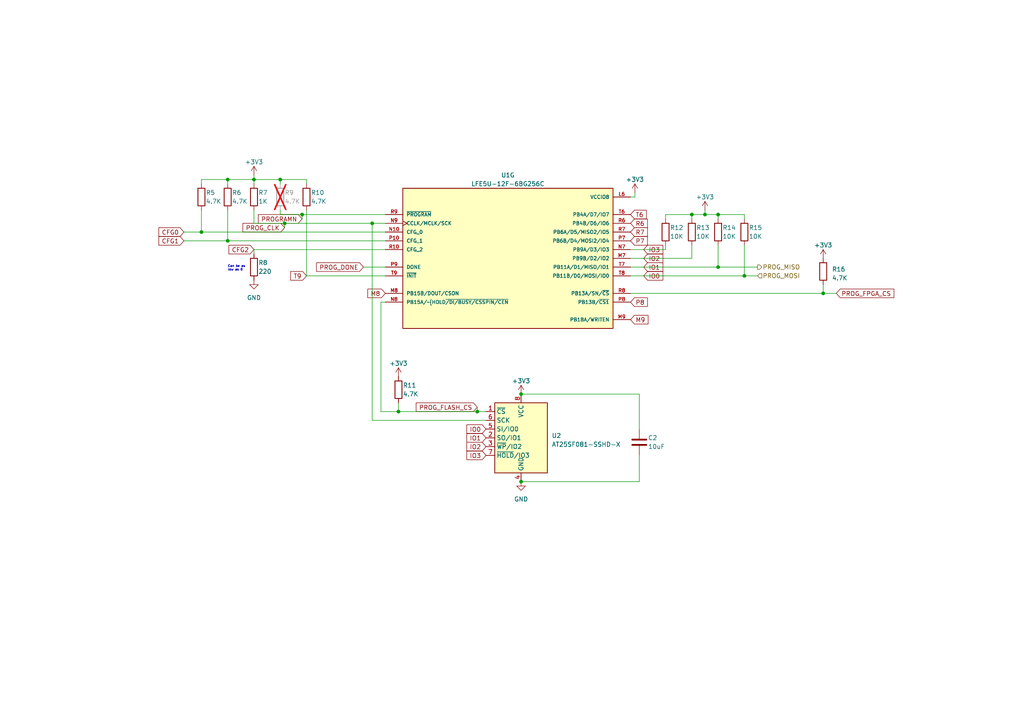
<source format=kicad_sch>
(kicad_sch (version 20230121) (generator eeschema)
  (paper "A4")
  (lib_symbols
    (symbol "Device:C" (pin_numbers hide) (pin_names (offset 0.254))
      (property "Reference" "C" (at 0.635 2.54 0))
      (property "Value" "C" (at 0.635 -2.54 0))
      (symbol "C_0_1"
        (polyline (pts (xy -2.032 -0.762) (xy 2.032 -0.762)) (stroke (width 0.508)))
        (polyline (pts (xy -2.032 0.762) (xy 2.032 0.762)) (stroke (width 0.508)))
      )
      (symbol "C_1_1"
        (pin passive line (at 0 3.81 270) (length 2.794) (name "~") (number "1"))
        (pin passive line (at 0 -3.81 90) (length 2.794) (name "~") (number "2"))
      )
    )
    (symbol "Device:R" (pin_numbers hide) (pin_names (offset 0))
      (property "Reference" "R" (at 2.032 0 90))
      (property "Value" "R" (at 0 0 90))
      (symbol "R_0_1"
        (rectangle (start -1.016 -2.54) (end 1.016 2.54) (stroke (width 0.254)))
      )
      (symbol "R_1_1"
        (pin passive line (at 0 3.81 270) (length 1.27) (name "~") (number "1"))
        (pin passive line (at 0 -3.81 90) (length 1.27) (name "~") (number "2"))
      )
    )
    (symbol "LFE5U-12F-6BG256C:LFE5U-12F-6BG256C" (pin_names (offset 1.016))
      (property "Reference" "U" (at -22.86 26.67 0))
      (property "Value" "LFE5U-12F-6BG256C" (at -22.86 -26.67 0))
      (symbol "LFE5U-12F-6BG256C_1_0"
        (rectangle (start -22.86 -25.4) (end 22.86 25.4) (stroke (width 0.254)) (fill (type background)))
        (pin bidirectional line (at -27.94 17.78 0) (length 5.08) (name "PT4A") (number "A2"))
        (pin bidirectional line (at -27.94 10.16 0) (length 5.08) (name "PT6A") (number "A3"))
        (pin bidirectional line (at -27.94 7.62 0) (length 5.08) (name "PT6B") (number "A4"))
        (pin bidirectional line (at 27.94 17.78 180) (length 5.08) (name "PT18A") (number "A5"))
        (pin bidirectional line (at 27.94 15.24 180) (length 5.08) (name "PT18B") (number "A6"))
        (pin bidirectional line (at 27.94 -20.32 180) (length 5.08) (name "PT29APCLKT0_0") (number "A7"))
        (pin bidirectional line (at 27.94 -22.86 180) (length 5.08) (name "PT29B/PCLKC0_0") (number "A8"))
        (pin bidirectional line (at -27.94 15.24 0) (length 5.08) (name "PT4B") (number "B3"))
        (pin bidirectional line (at -27.94 -7.62 0) (length 5.08) (name "PT11B") (number "B4"))
        (pin bidirectional line (at -27.94 -22.86 0) (length 5.08) (name "PT15B") (number "B5"))
        (pin bidirectional line (at 27.94 0 180) (length 5.08) (name "PT22B") (number "B6"))
        (pin bidirectional line (at 27.94 -15.24 180) (length 5.08) (name "PT27B/PCLKC0_1") (number "B7"))
        (pin bidirectional line (at -27.94 -5.08 0) (length 5.08) (name "PT11A") (number "C4"))
        (pin bidirectional line (at -27.94 -20.32 0) (length 5.08) (name "PT15A") (number "C5"))
        (pin bidirectional line (at 27.94 2.54 180) (length 5.08) (name "PT22A") (number "C6"))
        (pin bidirectional line (at 27.94 -12.7 180) (length 5.08) (name "PT27A/PCLKT0_1") (number "C7"))
        (pin bidirectional line (at -27.94 0 0) (length 5.08) (name "PT9B") (number "D4"))
        (pin bidirectional line (at -27.94 -15.24 0) (length 5.08) (name "PT13B") (number "D5"))
        (pin bidirectional line (at 27.94 7.62 180) (length 5.08) (name "PT20B") (number "D6"))
        (pin bidirectional line (at 27.94 -7.62 180) (length 5.08) (name "PT24B/GR_PCLK0_0") (number "D7"))
        (pin bidirectional line (at -27.94 2.54 0) (length 5.08) (name "PT9A") (number "E4"))
        (pin bidirectional line (at -27.94 -12.7 0) (length 5.08) (name "PT13A") (number "E5"))
        (pin bidirectional line (at 27.94 10.16 180) (length 5.08) (name "PT20A") (number "E6"))
        (pin bidirectional line (at 27.94 -5.08 180) (length 5.08) (name "PT24A/GR_PCLK0_1") (number "E7"))
        (pin power_in line (at 27.94 22.86 180) (length 5.08) (name "VCCIO0") (number "F6"))
        (pin power_in line (at 27.94 22.86 180) (length 5.08) (name "VCCIO0") (number "F7"))
      )
      (symbol "LFE5U-12F-6BG256C_2_0"
        (rectangle (start -22.86 -33.02) (end 22.86 33.02) (stroke (width 0.254)) (fill (type background)))
        (pin bidirectional line (at -27.94 15.24 0) (length 5.08) (name "PT42B") (number "A10"))
        (pin bidirectional line (at -27.94 -20.32 0) (length 5.08) (name "PT53A") (number "A11"))
        (pin bidirectional line (at -27.94 -22.86 0) (length 5.08) (name "PT53B") (number "A12"))
        (pin bidirectional line (at 27.94 2.54 180) (length 5.08) (name "PT65A") (number "A13"))
        (pin bidirectional line (at 27.94 0 180) (length 5.08) (name "PT65B") (number "A14"))
        (pin bidirectional line (at 27.94 -7.62 180) (length 5.08) (name "PT67B") (number "A15"))
        (pin bidirectional line (at -27.94 17.78 0) (length 5.08) (name "PT42A") (number "A9"))
        (pin bidirectional line (at -27.94 10.16 0) (length 5.08) (name "PT44A") (number "B10"))
        (pin bidirectional line (at -27.94 -5.08 0) (length 5.08) (name "PT49A") (number "B11"))
        (pin bidirectional line (at -27.94 -27.94 0) (length 5.08) (name "PT56A") (number "B12"))
        (pin bidirectional line (at 27.94 17.78 180) (length 5.08) (name "PT60A") (number "B13"))
        (pin bidirectional line (at 27.94 -5.08 180) (length 5.08) (name "PT67A") (number "B14"))
        (pin bidirectional line (at 27.94 -22.86 180) (length 5.08) (name "PT35B/PCLKC1_0") (number "B8"))
        (pin bidirectional line (at 27.94 -27.94 180) (length 5.08) (name "PT38A/GR_PCLK1_0") (number "B9"))
        (pin bidirectional line (at -27.94 7.62 0) (length 5.08) (name "PT44B") (number "C10"))
        (pin bidirectional line (at -27.94 -7.62 0) (length 5.08) (name "PT49B") (number "C11"))
        (pin bidirectional line (at -27.94 -30.48 0) (length 5.08) (name "PT56B") (number "C12"))
        (pin bidirectional line (at 27.94 15.24 180) (length 5.08) (name "PT60B") (number "C13"))
        (pin bidirectional line (at 27.94 -20.32 180) (length 5.08) (name "PT35A/PCLKT1_0") (number "C8"))
        (pin bidirectional line (at 27.94 -30.48 180) (length 5.08) (name "PT38B/GR_PCLK1_1") (number "C9"))
        (pin bidirectional line (at -27.94 2.54 0) (length 5.08) (name "PT47A") (number "D10"))
        (pin bidirectional line (at -27.94 -12.7 0) (length 5.08) (name "PT51A") (number "D11"))
        (pin bidirectional line (at 27.94 25.4 180) (length 5.08) (name "PT58A") (number "D12"))
        (pin bidirectional line (at 27.94 10.16 180) (length 5.08) (name "PT62A") (number "D13"))
        (pin bidirectional line (at 27.94 -15.24 180) (length 5.08) (name "PT33B/PCLKC1_1") (number "D8"))
        (pin bidirectional line (at -27.94 25.4 0) (length 5.08) (name "PT40A") (number "D9"))
        (pin bidirectional line (at -27.94 0 0) (length 5.08) (name "PT47B") (number "E10"))
        (pin bidirectional line (at -27.94 -15.24 0) (length 5.08) (name "PT51B") (number "E11"))
        (pin bidirectional line (at 27.94 22.86 180) (length 5.08) (name "PT58B") (number "E12"))
        (pin bidirectional line (at 27.94 7.62 180) (length 5.08) (name "PT62B") (number "E13"))
        (pin bidirectional line (at 27.94 -12.7 180) (length 5.08) (name "PT33A/PCLKT1_1") (number "E8"))
        (pin bidirectional line (at -27.94 22.86 0) (length 5.08) (name "PT40B") (number "E9"))
        (pin power_in line (at 27.94 30.48 180) (length 5.08) (name "VCCIO1") (number "F10"))
        (pin power_in line (at 27.94 30.48 180) (length 5.08) (name "VCCIO1") (number "F11"))
      )
      (symbol "LFE5U-12F-6BG256C_3_0"
        (rectangle (start -25.4 -27.94) (end 25.4 27.94) (stroke (width 0.254)) (fill (type background)))
        (pin bidirectional line (at -30.48 17.78 0) (length 5.08) (name "PR2B/S0_IN") (number "B15"))
        (pin bidirectional line (at -30.48 20.32 0) (length 5.08) (name "PR2A") (number "B16"))
        (pin bidirectional line (at -30.48 15.24 0) (length 5.08) (name "PR2C") (number "C14"))
        (pin bidirectional line (at -30.48 5.08 0) (length 5.08) (name "PR5B") (number "C15"))
        (pin bidirectional line (at -30.48 7.62 0) (length 5.08) (name "PR5A") (number "C16"))
        (pin bidirectional line (at -30.48 12.7 0) (length 5.08) (name "PR2D") (number "D14"))
        (pin bidirectional line (at -30.48 -5.08 0) (length 5.08) (name "PR8A") (number "D16"))
        (pin bidirectional line (at -30.48 2.54 0) (length 5.08) (name "PR5C") (number "E14"))
        (pin bidirectional line (at -30.48 -7.62 0) (length 5.08) (name "PR8B") (number "E15"))
        (pin bidirectional line (at -30.48 -25.4 0) (length 5.08) (name "PR11D") (number "E16"))
        (pin bidirectional line (at -30.48 -12.7 0) (length 5.08) (name "PR8D") (number "F12"))
        (pin bidirectional line (at -30.48 -10.16 0) (length 5.08) (name "PR8C") (number "F13"))
        (pin bidirectional line (at -30.48 0 0) (length 5.08) (name "PR5D") (number "F14"))
        (pin bidirectional line (at -30.48 -22.86 0) (length 5.08) (name "PR11C") (number "F15"))
        (pin bidirectional line (at 30.48 20.32 180) (length 5.08) (name "PR14A") (number "F16"))
        (pin bidirectional line (at -30.48 -17.78 0) (length 5.08) (name "PR11A") (number "G12"))
        (pin bidirectional line (at -30.48 -20.32 0) (length 5.08) (name "PR11B") (number "G13"))
        (pin bidirectional line (at 30.48 15.24 180) (length 5.08) (name "PR14C/VREF1_2") (number "G14"))
        (pin bidirectional line (at 30.48 17.78 180) (length 5.08) (name "PR14B") (number "G15"))
        (pin bidirectional line (at 30.48 -5.08 180) (length 5.08) (name "PR20A/GR_PCLK2_1") (number "G16"))
        (pin power_in line (at 30.48 25.4 180) (length 5.08) (name "VCCIO2") (number "H11"))
        (pin bidirectional line (at 30.48 7.62 180) (length 5.08) (name "PR17A") (number "H12"))
        (pin bidirectional line (at 30.48 5.08 180) (length 5.08) (name "PR17B") (number "H13"))
        (pin bidirectional line (at 30.48 12.7 180) (length 5.08) (name "PR14D") (number "H14"))
        (pin bidirectional line (at 30.48 -7.62 180) (length 5.08) (name "PR20B") (number "H15"))
        (pin power_in line (at 30.48 25.4 180) (length 5.08) (name "VCCIO2") (number "J11"))
        (pin bidirectional line (at 30.48 0 180) (length 5.08) (name "PR17D") (number "J12"))
        (pin bidirectional line (at 30.48 2.54 180) (length 5.08) (name "PR17C") (number "J13"))
        (pin bidirectional line (at 30.48 -10.16 180) (length 5.08) (name "PR20C/GR_PCLK2_0") (number "J14"))
        (pin bidirectional line (at 30.48 -20.32 180) (length 5.08) (name "PR23B/PCLKC2_1") (number "J15"))
        (pin bidirectional line (at 30.48 -17.78 180) (length 5.08) (name "PR23A/PCLKT2_1") (number "J16"))
        (pin bidirectional line (at 30.48 -12.7 180) (length 5.08) (name "PR20D") (number "K14"))
        (pin bidirectional line (at 30.48 -25.4 180) (length 5.08) (name "PR23D/PCLKC2_0") (number "K15"))
        (pin bidirectional line (at 30.48 -22.86 180) (length 5.08) (name "PR23C/PCLKT2_0") (number "K16"))
      )
      (symbol "LFE5U-12F-6BG256C_4_0"
        (rectangle (start -25.4 -27.94) (end 25.4 27.94) (stroke (width 0.254)) (fill (type background)))
        (pin power_in line (at 30.48 25.4 180) (length 5.08) (name "VCCIO3") (number "K11"))
        (pin bidirectional line (at -30.48 5.08 0) (length 5.08) (name "PR29B") (number "K12"))
        (pin bidirectional line (at -30.48 7.62 0) (length 5.08) (name "PR29A/GR_PCLK3_0") (number "K13"))
        (pin power_in line (at 30.48 25.4 180) (length 5.08) (name "VCCIO3") (number "L11"))
        (pin bidirectional line (at -30.48 0 0) (length 5.08) (name "PR29D") (number "L12"))
        (pin bidirectional line (at -30.48 2.54 0) (length 5.08) (name "PR29C/GR_PCLK3_1") (number "L13"))
        (pin bidirectional line (at -30.48 -10.16 0) (length 5.08) (name "PR32C") (number "L14"))
        (pin bidirectional line (at -30.48 17.78 0) (length 5.08) (name "PR26B/PCLKC3_1") (number "L15"))
        (pin bidirectional line (at -30.48 20.32 0) (length 5.08) (name "PR26A/PCLKT3_1") (number "L16"))
        (pin bidirectional line (at 30.48 -17.78 180) (length 5.08) (name "PR47A") (number "M11"))
        (pin bidirectional line (at 30.48 -10.16 180) (length 5.08) (name "PR44C") (number "M12"))
        (pin bidirectional line (at -30.48 -22.86 0) (length 5.08) (name "PR35C") (number "M13"))
        (pin bidirectional line (at -30.48 -12.7 0) (length 5.08) (name "PR32D") (number "M14"))
        (pin bidirectional line (at -30.48 12.7 0) (length 5.08) (name "PR26D/PCLKC3_0") (number "M15"))
        (pin bidirectional line (at -30.48 15.24 0) (length 5.08) (name "PR26C/PCLKT3_0") (number "M16"))
        (pin bidirectional line (at 30.48 -20.32 180) (length 5.08) (name "PR47B") (number "N11"))
        (pin bidirectional line (at 30.48 -12.7 180) (length 5.08) (name "PR44D") (number "N12"))
        (pin bidirectional line (at 30.48 20.32 180) (length 5.08) (name "PR38A") (number "N13"))
        (pin bidirectional line (at -30.48 -25.4 0) (length 5.08) (name "PR35D") (number "N14"))
        (pin bidirectional line (at -30.48 -5.08 0) (length 5.08) (name "PR32A") (number "N16"))
        (pin bidirectional line (at 30.48 -22.86 180) (length 5.08) (name "PR47C/LRC_GPLL0T_IN") (number "P11"))
        (pin bidirectional line (at 30.48 -25.4 180) (length 5.08) (name "PR47D/LRC_GPLL0C_IN") (number "P12"))
        (pin bidirectional line (at 30.48 7.62 180) (length 5.08) (name "PR41A") (number "P13"))
        (pin bidirectional line (at 30.48 17.78 180) (length 5.08) (name "PR38B") (number "P14"))
        (pin bidirectional line (at -30.48 -7.62 0) (length 5.08) (name "PR32B") (number "P15"))
        (pin bidirectional line (at -30.48 -17.78 0) (length 5.08) (name "PR35A") (number "P16"))
        (pin bidirectional line (at 30.48 -5.08 180) (length 5.08) (name "PR44A") (number "R12"))
        (pin bidirectional line (at 30.48 2.54 180) (length 5.08) (name "PR41C") (number "R13"))
        (pin bidirectional line (at 30.48 5.08 180) (length 5.08) (name "PR41B") (number "R14"))
        (pin bidirectional line (at 30.48 15.24 180) (length 5.08) (name "PR38C") (number "R15"))
        (pin bidirectional line (at -30.48 -20.32 0) (length 5.08) (name "PR35B/VREF1_3") (number "R16"))
        (pin bidirectional line (at 30.48 -7.62 180) (length 5.08) (name "PR44B") (number "T13"))
        (pin bidirectional line (at 30.48 0 180) (length 5.08) (name "PR41D") (number "T14"))
        (pin bidirectional line (at 30.48 12.7 180) (length 5.08) (name "PR38D") (number "T15"))
      )
      (symbol "LFE5U-12F-6BG256C_5_0"
        (rectangle (start -25.4 -27.94) (end 25.4 27.94) (stroke (width 0.254)) (fill (type background)))
        (pin power_in line (at 30.48 25.4 180) (length 5.08) (name "VCCIO6") (number "J6"))
        (pin power_in line (at 30.48 25.4 180) (length 5.08) (name "VCCIO6") (number "J7"))
        (pin bidirectional line (at -30.48 7.62 0) (length 5.08) (name "PL29A/GR_PCLK6_0") (number "K4"))
        (pin bidirectional line (at -30.48 5.08 0) (length 5.08) (name "PL29B") (number "K5"))
        (pin bidirectional line (at -30.48 20.32 0) (length 5.08) (name "PL26A/PCLKT6_1") (number "L1"))
        (pin bidirectional line (at -30.48 17.78 0) (length 5.08) (name "PL26B/PCLKC6_1") (number "L2"))
        (pin bidirectional line (at -30.48 -10.16 0) (length 5.08) (name "PL32C") (number "L3"))
        (pin bidirectional line (at -30.48 2.54 0) (length 5.08) (name "PL29C/PCLKT6_0") (number "L4"))
        (pin bidirectional line (at -30.48 0 0) (length 5.08) (name "PL29D") (number "L5"))
        (pin bidirectional line (at -30.48 15.24 0) (length 5.08) (name "PL26C/PCLKT6_0") (number "M1"))
        (pin bidirectional line (at -30.48 12.7 0) (length 5.08) (name "PL26D/PCLKC6_0") (number "M2"))
        (pin bidirectional line (at -30.48 -12.7 0) (length 5.08) (name "PL32D") (number "M3"))
        (pin bidirectional line (at -30.48 -22.86 0) (length 5.08) (name "PL35C") (number "M4"))
        (pin bidirectional line (at 30.48 -10.16 180) (length 5.08) (name "PL44C") (number "M5"))
        (pin bidirectional line (at 30.48 -17.78 180) (length 5.08) (name "PL47A") (number "M6"))
        (pin bidirectional line (at -30.48 -5.08 0) (length 5.08) (name "PL32A") (number "N1"))
        (pin bidirectional line (at -30.48 -25.4 0) (length 5.08) (name "PL35D") (number "N3"))
        (pin bidirectional line (at 30.48 20.32 180) (length 5.08) (name "PL38A") (number "N4"))
        (pin bidirectional line (at 30.48 -12.7 180) (length 5.08) (name "PL44D") (number "N5"))
        (pin bidirectional line (at 30.48 -20.32 180) (length 5.08) (name "PL47B") (number "N6"))
        (pin bidirectional line (at -30.48 -17.78 0) (length 5.08) (name "PL35A") (number "P1"))
        (pin bidirectional line (at -30.48 -7.62 0) (length 5.08) (name "PL32B") (number "P2"))
        (pin bidirectional line (at 30.48 17.78 180) (length 5.08) (name "PL38B") (number "P3"))
        (pin bidirectional line (at 30.48 7.62 180) (length 5.08) (name "PL41A") (number "P4"))
        (pin bidirectional line (at 30.48 -25.4 180) (length 5.08) (name "PL47D/LLC_GPLL0C_IN") (number "P5"))
        (pin bidirectional line (at 30.48 -22.86 180) (length 5.08) (name "PL47C/LLC_GPLL0T_IN") (number "P6"))
        (pin bidirectional line (at -30.48 -20.32 0) (length 5.08) (name "PL35B/VREF1_6") (number "R1"))
        (pin bidirectional line (at 30.48 15.24 180) (length 5.08) (name "PL38C") (number "R2"))
        (pin bidirectional line (at 30.48 5.08 180) (length 5.08) (name "PL41B") (number "R3"))
        (pin bidirectional line (at 30.48 2.54 180) (length 5.08) (name "PL41C") (number "R4"))
        (pin bidirectional line (at 30.48 -5.08 180) (length 5.08) (name "PL44A") (number "R5"))
        (pin bidirectional line (at 30.48 12.7 180) (length 5.08) (name "PL38D") (number "T2"))
        (pin bidirectional line (at 30.48 0 180) (length 5.08) (name "PL41D") (number "T3"))
        (pin bidirectional line (at 30.48 -7.62 180) (length 5.08) (name "PL44B") (number "T4"))
      )
      (symbol "LFE5U-12F-6BG256C_6_0"
        (rectangle (start -25.4 -27.94) (end 25.4 27.94) (stroke (width 0.254)) (fill (type background)))
        (pin bidirectional line (at -30.48 20.32 0) (length 5.08) (name "PL2A") (number "B1"))
        (pin bidirectional line (at -30.48 17.78 0) (length 5.08) (name "PL2B") (number "B2"))
        (pin bidirectional line (at -30.48 7.62 0) (length 5.08) (name "PL5A") (number "C1"))
        (pin bidirectional line (at -30.48 5.08 0) (length 5.08) (name "PL5B") (number "C2"))
        (pin bidirectional line (at -30.48 15.24 0) (length 5.08) (name "PL2C") (number "C3"))
        (pin bidirectional line (at -30.48 -5.08 0) (length 5.08) (name "PL8A") (number "D1"))
        (pin bidirectional line (at -30.48 12.7 0) (length 5.08) (name "PL2D") (number "D3"))
        (pin bidirectional line (at -30.48 -25.4 0) (length 5.08) (name "PL11D") (number "E1"))
        (pin bidirectional line (at -30.48 -7.62 0) (length 5.08) (name "PL8B") (number "E2"))
        (pin bidirectional line (at -30.48 2.54 0) (length 5.08) (name "PL5C") (number "E3"))
        (pin bidirectional line (at 30.48 20.32 180) (length 5.08) (name "PL14A") (number "F1"))
        (pin bidirectional line (at -30.48 -22.86 0) (length 5.08) (name "PL11C") (number "F2"))
        (pin bidirectional line (at -30.48 0 0) (length 5.08) (name "PL5D") (number "F3"))
        (pin bidirectional line (at -30.48 -10.16 0) (length 5.08) (name "PL8C") (number "F4"))
        (pin bidirectional line (at -30.48 -12.7 0) (length 5.08) (name "PL8D") (number "F5"))
        (pin bidirectional line (at 30.48 -5.08 180) (length 5.08) (name "PL20A/GR_PCLK7_1") (number "G1"))
        (pin bidirectional line (at 30.48 17.78 180) (length 5.08) (name "PL14B") (number "G2"))
        (pin bidirectional line (at 30.48 15.24 180) (length 5.08) (name "PL14C/VREF1_7") (number "G3"))
        (pin bidirectional line (at -30.48 -20.32 0) (length 5.08) (name "PL11B") (number "G4"))
        (pin bidirectional line (at -30.48 -17.78 0) (length 5.08) (name "PL11A") (number "G5"))
        (pin bidirectional line (at 30.48 -7.62 180) (length 5.08) (name "PL20B") (number "H2"))
        (pin bidirectional line (at 30.48 12.7 180) (length 5.08) (name "PL14D") (number "H3"))
        (pin bidirectional line (at 30.48 5.08 180) (length 5.08) (name "PL17B") (number "H4"))
        (pin bidirectional line (at 30.48 7.62 180) (length 5.08) (name "PL17A") (number "H5"))
        (pin power_in line (at 30.48 25.4 180) (length 5.08) (name "VCCIO7") (number "H6"))
        (pin power_in line (at 30.48 25.4 180) (length 5.08) (name "VCCIO7") (number "H7"))
        (pin bidirectional line (at 30.48 -17.78 180) (length 5.08) (name "PL23A/PCLKT7_1") (number "J1"))
        (pin bidirectional line (at 30.48 -20.32 180) (length 5.08) (name "PL23B/PCLKC7_1") (number "J2"))
        (pin bidirectional line (at 30.48 -10.16 180) (length 5.08) (name "PL20C/GR_PCLK7_0") (number "J3"))
        (pin bidirectional line (at 30.48 2.54 180) (length 5.08) (name "PL17C") (number "J4"))
        (pin bidirectional line (at 30.48 0 180) (length 5.08) (name "PL17D") (number "J5"))
        (pin bidirectional line (at 30.48 -22.86 180) (length 5.08) (name "PL23C/PCLKT7_0") (number "K1"))
        (pin bidirectional line (at 30.48 -25.4 180) (length 5.08) (name "PL23D/PCLKC7_0") (number "K2"))
        (pin bidirectional line (at 30.48 -12.7 180) (length 5.08) (name "PL20D") (number "K3"))
      )
      (symbol "LFE5U-12F-6BG256C_7_0"
        (rectangle (start -30.48 -20.32) (end 30.48 20.32) (stroke (width 0.254)) (fill (type background)))
        (pin power_in line (at 35.56 17.78 180) (length 5.08) (name "VCCIO8") (number "L6"))
        (pin bidirectional line (at 35.56 0 180) (length 5.08) (name "PB9B/D2/IO2") (number "M7"))
        (pin bidirectional line (at -35.56 -10.16 0) (length 5.08) (name "PB15B/DOUT/CSON") (number "M8"))
        (pin bidirectional line (at 35.56 -17.78 180) (length 5.08) (name "PB18A/WRITEN") (number "M9"))
        (pin input line (at -35.56 7.62 0) (length 5.08) (name "CFG_0") (number "N10"))
        (pin bidirectional line (at 35.56 2.54 180) (length 5.08) (name "PB9A/D3/IO3") (number "N7"))
        (pin bidirectional line (at -35.56 -12.7 0) (length 5.08) (name "PB15A/~{HOLD~{/DI/BUSY/CSSPIN/CEN}") (number "N8"))
        (pin input clock (at -35.56 10.16 0) (length 5.08) (name "CCLK/MCLK/SCK") (number "N9"))
        (pin input line (at -35.56 5.08 0) (length 5.08) (name "CFG_1") (number "P10"))
        (pin bidirectional line (at 35.56 5.08 180) (length 5.08) (name "PB6B/D4/MOSI2/IO4") (number "P7"))
        (pin bidirectional line (at 35.56 -12.7 180) (length 5.08) (name "PB13B/~{CS1}") (number "P8"))
        (pin bidirectional line (at -35.56 -2.54 0) (length 5.08) (name "DONE") (number "P9"))
        (pin input line (at -35.56 2.54 0) (length 5.08) (name "CFG_2") (number "R10"))
        (pin bidirectional line (at 35.56 10.16 180) (length 5.08) (name "PB4B/D6/IO6") (number "R6"))
        (pin bidirectional line (at 35.56 7.62 180) (length 5.08) (name "PB6A/D5/MISO2/IO5") (number "R7"))
        (pin bidirectional line (at 35.56 -10.16 180) (length 5.08) (name "PB13A/SN/~{CS}") (number "R8"))
        (pin input line (at -35.56 12.7 0) (length 5.08) (name "~{PROGRAM}") (number "R9"))
        (pin bidirectional line (at 35.56 12.7 180) (length 5.08) (name "PB4A/D7/IO7") (number "T6"))
        (pin bidirectional line (at 35.56 -2.54 180) (length 5.08) (name "PB11A/D1/MISO/IO1") (number "T7"))
        (pin bidirectional line (at 35.56 -5.08 180) (length 5.08) (name "PB11B/D0/MOSI/IO0") (number "T8"))
        (pin bidirectional line (at -35.56 -5.08 0) (length 5.08) (name "~{INIT}") (number "T9"))
      )
      (symbol "LFE5U-12F-6BG256C_8_0"
        (rectangle (start -12.7 -7.62) (end 12.7 7.62) (stroke (width 0.254)) (fill (type background)))
        (pin power_in line (at 17.78 -5.08 180) (length 5.08) (name "GND") (number "A1"))
        (pin power_in line (at 17.78 -5.08 180) (length 5.08) (name "GND") (number "A16"))
        (pin power_in line (at 17.78 -5.08 180) (length 5.08) (name "GND") (number "D15"))
        (pin power_in line (at 17.78 -5.08 180) (length 5.08) (name "GND") (number "D2"))
        (pin power_in line (at 17.78 -5.08 180) (length 5.08) (name "GND") (number "F8"))
        (pin power_in line (at 17.78 -5.08 180) (length 5.08) (name "GND") (number "F9"))
        (pin power_in line (at 17.78 -5.08 180) (length 5.08) (name "GND") (number "G10"))
        (pin power_in line (at 17.78 0 180) (length 5.08) (name "VCCAUX") (number "G11"))
        (pin power_in line (at 17.78 5.08 180) (length 5.08) (name "VCC") (number "G6"))
        (pin power_in line (at 17.78 5.08 180) (length 5.08) (name "VCC") (number "G7"))
        (pin power_in line (at 17.78 -5.08 180) (length 5.08) (name "GND") (number "G8"))
        (pin power_in line (at 17.78 5.08 180) (length 5.08) (name "VCC") (number "G9"))
        (pin power_in line (at 17.78 -5.08 180) (length 5.08) (name "GND") (number "H1"))
        (pin power_in line (at 17.78 -5.08 180) (length 5.08) (name "GND") (number "H10"))
        (pin power_in line (at 17.78 -5.08 180) (length 5.08) (name "GND") (number "H16"))
        (pin power_in line (at 17.78 -5.08 180) (length 5.08) (name "GND") (number "H8"))
        (pin power_in line (at 17.78 -5.08 180) (length 5.08) (name "GND") (number "H9"))
        (pin power_in line (at 17.78 -5.08 180) (length 5.08) (name "GND") (number "J10"))
        (pin power_in line (at 17.78 -5.08 180) (length 5.08) (name "GND") (number "J8"))
        (pin power_in line (at 17.78 -5.08 180) (length 5.08) (name "GND") (number "J9"))
        (pin power_in line (at 17.78 -5.08 180) (length 5.08) (name "GND") (number "K10"))
        (pin power_in line (at 17.78 -5.08 180) (length 5.08) (name "GND") (number "K6"))
        (pin power_in line (at 17.78 -5.08 180) (length 5.08) (name "GND") (number "K7"))
        (pin power_in line (at 17.78 -5.08 180) (length 5.08) (name "GND") (number "K8"))
        (pin power_in line (at 17.78 -5.08 180) (length 5.08) (name "GND") (number "K9"))
        (pin power_in line (at 17.78 5.08 180) (length 5.08) (name "VCC") (number "L10"))
        (pin power_in line (at 17.78 0 180) (length 5.08) (name "VCCAUX") (number "L7"))
        (pin power_in line (at 17.78 5.08 180) (length 5.08) (name "VCC") (number "L8"))
        (pin power_in line (at 17.78 5.08 180) (length 5.08) (name "VCC") (number "L9"))
        (pin power_in line (at 17.78 -5.08 180) (length 5.08) (name "GND") (number "N15"))
        (pin power_in line (at 17.78 -5.08 180) (length 5.08) (name "GND") (number "N2"))
        (pin power_in line (at 17.78 -5.08 180) (length 5.08) (name "GND") (number "T1"))
        (pin power_in line (at 17.78 -5.08 180) (length 5.08) (name "GND") (number "T12"))
        (pin power_in line (at 17.78 -5.08 180) (length 5.08) (name "GND") (number "T16"))
        (pin power_in line (at 17.78 -5.08 180) (length 5.08) (name "GND") (number "T5"))
      )
      (symbol "LFE5U-12F-6BG256C_9_0"
        (rectangle (start -5.08 -7.62) (end 5.08 5.08) (stroke (width 0.254)) (fill (type background)))
        (pin output line (at -10.16 0 0) (length 5.08) (name "TDO") (number "M10"))
        (pin input line (at -10.16 2.54 0) (length 5.08) (name "TDI") (number "R11"))
        (pin bidirectional clock (at -10.16 -5.08 0) (length 5.08) (name "TCK") (number "T10"))
        (pin input line (at -10.16 -2.54 0) (length 5.08) (name "TMS") (number "T11"))
      )
    )
    (symbol "Memory_Flash:AT25SF081-SSHD-X"
      (property "Reference" "U" (at -6.35 11.43 0))
      (property "Value" "AT25SF081-SSHD-X" (at 11.43 11.43 0))
      (symbol "AT25SF081-SSHD-X_0_1"
        (rectangle (start -7.62 10.16) (end 7.62 -10.16) (stroke (width 0.254)) (fill (type background)))
      )
      (symbol "AT25SF081-SSHD-X_1_1"
        (pin input line (at -10.16 7.62 0) (length 2.54) (name "~{CS}") (number "1"))
        (pin bidirectional line (at -10.16 0 0) (length 2.54) (name "SO/IO1") (number "2"))
        (pin bidirectional line (at -10.16 -2.54 0) (length 2.54) (name "~{WP}/IO2") (number "3"))
        (pin power_in line (at 0 -12.7 90) (length 2.54) (name "GND") (number "4"))
        (pin bidirectional line (at -10.16 2.54 0) (length 2.54) (name "SI/IO0") (number "5"))
        (pin input line (at -10.16 5.08 0) (length 2.54) (name "SCK") (number "6"))
        (pin bidirectional line (at -10.16 -5.08 0) (length 2.54) (name "~{HOLD}/IO3") (number "7"))
        (pin power_in line (at 0 12.7 270) (length 2.54) (name "VCC") (number "8"))
      )
    )
    (symbol "power:+3V3" (power) (pin_names (offset 0))
      (property "Value" "+3V3" (at 0 3.556 0))
      (symbol "+3V3_0_1"
        (polyline (pts (xy -0.762 1.27) (xy 0 2.54)))
        (polyline (pts (xy 0 0) (xy 0 2.54)))
        (polyline (pts (xy 0 2.54) (xy 0.762 1.27)))
      )
      (symbol "+3V3_1_1"
        (pin power_in line (at 0 0 90) (length 0) hide (name "+3V3") (number "1"))
      )
    )
    (symbol "power:GND" (power) (pin_names (offset 0))
      (property "Value" "GND" (at 0 -3.81 0))
      (symbol "GND_0_1"
        (polyline (pts (xy 0 0) (xy 0 -1.27) (xy 1.27 -1.27) (xy 0 -2.54) (xy -1.27 -1.27) (xy 0 -1.27)))
      )
      (symbol "GND_1_1"
        (pin power_in line (at 0 0 270) (length 0) hide (name "GND") (number "1"))
      )
    )
  )
  (junction (at 81.28 52.07))
  (junction (at 151.13 114.3))
  (junction (at 66.04 52.07))
  (junction (at 66.04 69.85))
  (junction (at 208.28 77.47))
  (junction (at 107.95 64.77))
  (junction (at 151.13 139.7))
  (junction (at 208.28 62.23))
  (junction (at 215.9 80.01))
  (junction (at 73.66 52.07))
  (junction (at 200.66 62.23))
  (junction (at 204.47 62.23))
  (junction (at 238.76 85.09))
  (junction (at 87.63 62.23))
  (junction (at 58.42 67.31))
  (junction (at 115.57 119.38))
  (junction (at 82.55 64.77))
  (junction (at 138.43 119.38))
  (wire (pts (xy 185.42 124.46) (xy 185.42 114.3)))
  (wire (pts (xy 115.57 116.84) (xy 115.57 119.38)))
  (wire (pts (xy 182.88 85.09) (xy 238.76 85.09)))
  (wire (pts (xy 58.42 67.31) (xy 111.76 67.31)))
  (wire (pts (xy 204.47 60.96) (xy 204.47 62.23)))
  (wire (pts (xy 238.76 82.55) (xy 238.76 85.09)))
  (wire (pts (xy 138.43 119.38) (xy 140.97 119.38)))
  (wire (pts (xy 200.66 62.23) (xy 204.47 62.23)))
  (wire (pts (xy 81.28 62.23) (xy 81.28 60.96)))
  (wire (pts (xy 138.43 119.38) (xy 115.57 119.38)))
  (wire (pts (xy 184.15 57.15) (xy 184.15 55.88)))
  (wire (pts (xy 73.66 50.8) (xy 73.66 52.07)))
  (wire (pts (xy 58.42 52.07) (xy 66.04 52.07)))
  (wire (pts (xy 193.04 71.12) (xy 193.04 72.39)))
  (wire (pts (xy 242.57 85.09) (xy 238.76 85.09)))
  (wire (pts (xy 88.9 80.01) (xy 88.9 60.96)))
  (wire (pts (xy 81.28 53.34) (xy 81.28 52.07)))
  (wire (pts (xy 182.88 72.39) (xy 193.04 72.39)))
  (wire (pts (xy 110.49 119.38) (xy 110.49 87.63)))
  (wire (pts (xy 140.97 121.92) (xy 107.95 121.92)))
  (wire (pts (xy 185.42 114.3) (xy 151.13 114.3)))
  (wire (pts (xy 208.28 62.23) (xy 215.9 62.23)))
  (wire (pts (xy 73.66 72.39) (xy 111.76 72.39)))
  (wire (pts (xy 73.66 52.07) (xy 81.28 52.07)))
  (wire (pts (xy 215.9 63.5) (xy 215.9 62.23)))
  (wire (pts (xy 182.88 80.01) (xy 215.9 80.01)))
  (wire (pts (xy 182.88 57.15) (xy 184.15 57.15)))
  (wire (pts (xy 66.04 52.07) (xy 73.66 52.07)))
  (wire (pts (xy 215.9 80.01) (xy 219.71 80.01)))
  (wire (pts (xy 87.63 62.23) (xy 111.76 62.23)))
  (wire (pts (xy 110.49 87.63) (xy 111.76 87.63)))
  (wire (pts (xy 182.88 77.47) (xy 208.28 77.47)))
  (wire (pts (xy 66.04 69.85) (xy 111.76 69.85)))
  (wire (pts (xy 58.42 60.96) (xy 58.42 67.31)))
  (wire (pts (xy 208.28 62.23) (xy 208.28 63.5)))
  (wire (pts (xy 215.9 71.12) (xy 215.9 80.01)))
  (wire (pts (xy 115.57 119.38) (xy 110.49 119.38)))
  (wire (pts (xy 81.28 52.07) (xy 88.9 52.07)))
  (wire (pts (xy 193.04 62.23) (xy 200.66 62.23)))
  (wire (pts (xy 82.55 64.77) (xy 107.95 64.77)))
  (wire (pts (xy 200.66 71.12) (xy 200.66 74.93)))
  (wire (pts (xy 105.41 77.47) (xy 111.76 77.47)))
  (wire (pts (xy 185.42 139.7) (xy 151.13 139.7)))
  (wire (pts (xy 66.04 60.96) (xy 66.04 69.85)))
  (wire (pts (xy 185.42 132.08) (xy 185.42 139.7)))
  (wire (pts (xy 200.66 62.23) (xy 200.66 63.5)))
  (wire (pts (xy 58.42 53.34) (xy 58.42 52.07)))
  (wire (pts (xy 204.47 62.23) (xy 208.28 62.23)))
  (wire (pts (xy 87.63 63.5) (xy 87.63 62.23)))
  (wire (pts (xy 107.95 64.77) (xy 107.95 121.92)))
  (wire (pts (xy 182.88 74.93) (xy 200.66 74.93)))
  (wire (pts (xy 73.66 73.66) (xy 73.66 72.39)))
  (wire (pts (xy 193.04 63.5) (xy 193.04 62.23)))
  (wire (pts (xy 81.28 62.23) (xy 87.63 62.23)))
  (wire (pts (xy 73.66 64.77) (xy 82.55 64.77)))
  (wire (pts (xy 88.9 80.01) (xy 111.76 80.01)))
  (wire (pts (xy 53.34 69.85) (xy 66.04 69.85)))
  (wire (pts (xy 73.66 53.34) (xy 73.66 52.07)))
  (wire (pts (xy 208.28 77.47) (xy 219.71 77.47)))
  (wire (pts (xy 107.95 64.77) (xy 111.76 64.77)))
  (wire (pts (xy 73.66 60.96) (xy 73.66 64.77)))
  (wire (pts (xy 66.04 52.07) (xy 66.04 53.34)))
  (wire (pts (xy 208.28 71.12) (xy 208.28 77.47)))
  (wire (pts (xy 138.43 118.11) (xy 138.43 119.38)))
  (wire (pts (xy 88.9 53.34) (xy 88.9 52.07)))
  (wire (pts (xy 82.55 64.77) (xy 82.55 66.04)))
  (wire (pts (xy 53.34 67.31) (xy 58.42 67.31)))
  (text "Can be as\nlow as 0" (at 66.04 78.74 0) (effects (font (size 0.635 0.635)) (justify left bottom)))
  (global_label "PROG_FPGA_CS" (shape input) (at 242.57 85.09 0) (property "Intersheetrefs" "${INTERSHEET_REFS}" (effects hide)))
  (global_label "IO2" (shape input) (at 140.97 129.54 180) (property "Intersheetrefs" "${INTERSHEET_REFS}" (effects hide)))
  (global_label "IO2" (shape input) (at 186.69 74.93 0) (property "Intersheetrefs" "${INTERSHEET_REFS}" (effects hide)))
  (global_label "PROG_FLASH_CS" (shape input) (at 138.43 118.11 180) (property "Intersheetrefs" "${INTERSHEET_REFS}" (effects hide)))
  (global_label "IO0" (shape input) (at 186.69 80.01 0) (property "Intersheetrefs" "${INTERSHEET_REFS}" (effects hide)))
  (global_label "CFG1" (shape input) (at 53.34 69.85 180) (property "Intersheetrefs" "${INTERSHEET_REFS}" (effects hide)))
  (global_label "R7" (shape input) (at 182.88 67.31 0) (property "Intersheetrefs" "${INTERSHEET_REFS}" (effects hide)))
  (global_label "P7" (shape input) (at 182.88 69.85 0) (property "Intersheetrefs" "${INTERSHEET_REFS}" (effects hide)))
  (global_label "P8" (shape input) (at 182.88 87.63 0) (property "Intersheetrefs" "${INTERSHEET_REFS}" (effects hide)))
  (global_label "IO1" (shape input) (at 186.69 77.47 0) (property "Intersheetrefs" "${INTERSHEET_REFS}" (effects hide)))
  (global_label "R6" (shape input) (at 182.88 64.77 0) (property "Intersheetrefs" "${INTERSHEET_REFS}" (effects hide)))
  (global_label "IO1" (shape input) (at 140.97 127 180) (property "Intersheetrefs" "${INTERSHEET_REFS}" (effects hide)))
  (global_label "PROG_DONE" (shape input) (at 105.41 77.47 180) (property "Intersheetrefs" "${INTERSHEET_REFS}" (effects hide)))
  (global_label "M8" (shape input) (at 111.76 85.09 180) (property "Intersheetrefs" "${INTERSHEET_REFS}" (effects hide)))
  (global_label "M9" (shape input) (at 182.88 92.71 0) (property "Intersheetrefs" "${INTERSHEET_REFS}" (effects hide)))
  (global_label "IO0" (shape input) (at 140.97 124.46 180) (property "Intersheetrefs" "${INTERSHEET_REFS}" (effects hide)))
  (global_label "IO3" (shape input) (at 140.97 132.08 180) (property "Intersheetrefs" "${INTERSHEET_REFS}" (effects hide)))
  (global_label "IO3" (shape input) (at 186.69 72.39 0) (property "Intersheetrefs" "${INTERSHEET_REFS}" (effects hide)))
  (global_label "T6" (shape input) (at 182.88 62.23 0) (property "Intersheetrefs" "${INTERSHEET_REFS}" (effects hide)))
  (global_label "T9" (shape input) (at 88.9 80.01 180) (property "Intersheetrefs" "${INTERSHEET_REFS}" (effects hide)))
  (global_label "CFG2" (shape input) (at 73.66 72.39 180) (property "Intersheetrefs" "${INTERSHEET_REFS}" (effects hide)))
  (global_label "CFG0" (shape input) (at 53.34 67.31 180) (property "Intersheetrefs" "${INTERSHEET_REFS}" (effects hide)))
  (global_label "PROGRAMN" (shape input) (at 87.63 63.5 180) (property "Intersheetrefs" "${INTERSHEET_REFS}" (effects hide)))
  (global_label "PROG_CLK" (shape input) (at 82.55 66.04 180) (property "Intersheetrefs" "${INTERSHEET_REFS}" (effects hide)))
  (hierarchical_label "PROG_MOSI" (shape input) (at 219.71 80.01 0))
  (hierarchical_label "PROG_MISO" (shape output) (at 219.71 77.47 0))
  (symbol (lib_id "Device:R") (at 88.9 57.15 0) (unit 1)
    (property "Reference" "R10" (at 90.17 55.88 0) (effects (justify left)))
    (property "Value" "4.7K" (at 90.17 58.42 0) (effects (justify left)))
    (property "Footprint" "Resistor_SMD:R_0603_1608Metric" (effects hide))
  )
  (symbol (lib_id "Memory_Flash:AT25SF081-SSHD-X") (at 151.13 127 0) (unit 1)
    (property "Reference" "U2" (at 160.02 126.365 0) (effects (justify left)))
    (property "Value" "AT25SF081-SSHD-X" (at 160.02 128.905 0) (effects (justify left)))
    (property "Footprint" "Package_SO:SOIC-8_3.9x4.9mm_P1.27mm" (effects hide))
    (property "Datasheet" "https://www.adestotech.com/wp-content/uploads/DS-AT25SF081_045.pdf" (effects hide))
  )
  (symbol (lib_id "Device:R") (at 208.28 67.31 0) (unit 1)
    (property "Reference" "R14" (at 209.55 66.04 0) (effects (justify left)))
    (property "Value" "10K" (at 209.55 68.58 0) (effects (justify left)))
    (property "Footprint" "Resistor_SMD:R_0603_1608Metric" (effects hide))
  )
  (symbol (lib_id "power:+3V3") (at 73.66 50.8 0) (unit 1)
    (property "Reference" "#PWR04" (effects hide))
    (property "Value" "+3V3" (at 73.66 46.99 0))
    (instances (project "daughterboard" (path "" (reference "#PWR04") (unit 1)) (path "" (reference "#PWR08") (unit 1))))
  )
  (symbol (lib_id "Device:C") (at 185.42 128.27 0) (unit 1)
    (property "Reference" "C2" (at 187.96 127 0) (effects (justify left)))
    (property "Value" "10uF" (at 187.96 129.54 0) (effects (justify left)))
    (property "Footprint" "Capacitor_SMD:C_0805_2012Metric" (effects hide))
    (instances (project "daughterboard" (path "" (reference "C2") (unit 1)) (path "" (reference "C9") (unit 1))))
  )
  (symbol (lib_id "Device:R") (at 73.66 77.47 0) (unit 1)
    (property "Reference" "R8" (at 74.93 76.2 0) (effects (justify left)))
    (property "Value" "220" (at 74.93 78.74 0) (effects (justify left)))
    (property "Footprint" "Resistor_SMD:R_0603_1608Metric" (effects hide))
  )
  (symbol (lib_id "power:+3V3") (at 151.13 114.3 0) (unit 1)
    (property "Reference" "#PWR04" (effects hide))
    (property "Value" "+3V3" (at 151.13 110.49 0))
    (instances (project "daughterboard" (path "" (reference "#PWR04") (unit 1)) (path "" (reference "#PWR010") (unit 1))))
  )
  (symbol (lib_id "power:+3V3") (at 184.15 55.88 0) (unit 1)
    (property "Reference" "#PWR04" (effects hide))
    (property "Value" "+3V3" (at 184.15 52.07 0))
  )
  (symbol (lib_id "Device:R") (at 66.04 57.15 0) (unit 1)
    (property "Reference" "R6" (at 67.31 55.88 0) (effects (justify left)))
    (property "Value" "4.7K" (at 67.31 58.42 0) (effects (justify left)))
    (property "Footprint" "Resistor_SMD:R_0603_1608Metric" (effects hide))
  )
  (symbol (lib_id "power:GND") (at 151.13 139.7 0) (unit 1)
    (property "Reference" "#PWR09" (effects hide))
    (property "Value" "GND" (at 151.13 144.78 0))
  )
  (symbol (lib_id "Device:R") (at 58.42 57.15 0) (unit 1)
    (property "Reference" "R5" (at 59.69 55.88 0) (effects (justify left)))
    (property "Value" "4.7K" (at 59.69 58.42 0) (effects (justify left)))
    (property "Footprint" "Resistor_SMD:R_0603_1608Metric" (effects hide))
  )
  (symbol (lib_id "power:+3V3") (at 204.47 60.96 0) (unit 1)
    (property "Reference" "#PWR04" (effects hide))
    (property "Value" "+3V3" (at 204.47 57.15 0))
    (instances (project "daughterboard" (path "" (reference "#PWR04") (unit 1)) (path "" (reference "#PWR013") (unit 1))))
  )
  (symbol (lib_id "power:+3V3") (at 115.57 109.22 0) (unit 1)
    (property "Reference" "#PWR04" (effects hide))
    (property "Value" "+3V3" (at 115.57 105.41 0))
    (instances (project "daughterboard" (path "" (reference "#PWR04") (unit 1)) (path "" (reference "#PWR011") (unit 1))))
  )
  (symbol (lib_id "Device:R") (at 215.9 67.31 0) (unit 1)
    (property "Reference" "R15" (at 217.17 66.04 0) (effects (justify left)))
    (property "Value" "10K" (at 217.17 68.58 0) (effects (justify left)))
    (property "Footprint" "Resistor_SMD:R_0603_1608Metric" (effects hide))
  )
  (symbol (lib_id "power:GND") (at 73.66 81.28 0) (unit 1)
    (property "Reference" "#PWR07" (effects hide))
    (property "Value" "GND" (at 73.66 86.36 0))
  )
  (symbol (lib_id "Device:R") (at 73.66 57.15 0) (unit 1)
    (property "Reference" "R7" (at 74.93 55.88 0) (effects (justify left)))
    (property "Value" "1K" (at 74.93 58.42 0) (effects (justify left)))
    (property "Footprint" "Resistor_SMD:R_0603_1608Metric" (effects hide))
  )
  (symbol (lib_id "power:+3V3") (at 238.76 74.93 0) (unit 1)
    (property "Reference" "#PWR04" (effects hide))
    (property "Value" "+3V3" (at 238.76 71.12 0))
    (instances (project "daughterboard" (path "" (reference "#PWR04") (unit 1)) (path "" (reference "#PWR012") (unit 1))))
  )
  (symbol (lib_id "Device:R") (at 81.28 57.15 0) (unit 1) (dnp yes)
    (property "Reference" "R9" (at 82.55 55.88 0) (effects (justify left)))
    (property "Value" "4.7K" (at 82.55 58.42 0) (effects (justify left)))
    (property "Footprint" "Resistor_SMD:R_0603_1608Metric" (effects hide))
  )
  (symbol (lib_id "Device:R") (at 193.04 67.31 0) (unit 1)
    (property "Reference" "R12" (at 194.31 66.04 0) (effects (justify left)))
    (property "Value" "10K" (at 194.31 68.58 0) (effects (justify left)))
    (property "Footprint" "Resistor_SMD:R_0603_1608Metric" (effects hide))
  )
  (symbol (lib_id "LFE5U-12F-6BG256C:LFE5U-12F-6BG256C") (at 147.32 74.93 0) (unit 7)
    (property "Reference" "U1" (at 147.32 50.8 0))
    (property "Value" "LFE5U-12F-6BG256C" (at 147.32 53.34 0))
    (property "Footprint" "parts:BGA256C80P16X16_1400X1400X170" (effects hide))
    (property "SNAPEDA_PN" "LFE5U-12F-6BG256C" (effects hide))
    (property "STANDARD" "IPC 7351B" (effects hide))
    (property "PARTREV" "2.0" (effects hide))
    (property "MANUFACTURER" "Lattice Semiconductor" (effects hide))
    (property "MAXIMUM_PACKAGE_HEIGHT" "1.7 mm" (effects hide))
  )
  (symbol (lib_id "Device:R") (at 238.76 78.74 0) (unit 1)
    (property "Reference" "R16" (at 241.3 78.105 0) (effects (justify left)))
    (property "Value" "4.7K" (at 241.3 80.645 0) (effects (justify left)))
    (property "Footprint" "Resistor_SMD:R_0603_1608Metric" (effects hide))
  )
  (symbol (lib_id "Device:R") (at 200.66 67.31 0) (unit 1)
    (property "Reference" "R13" (at 201.93 66.04 0) (effects (justify left)))
    (property "Value" "10K" (at 201.93 68.58 0) (effects (justify left)))
    (property "Footprint" "Resistor_SMD:R_0603_1608Metric" (effects hide))
  )
  (symbol (lib_id "Device:R") (at 115.57 113.03 0) (unit 1)
    (property "Reference" "R11" (at 116.84 111.76 0) (effects (justify left)))
    (property "Value" "4.7K" (at 116.84 114.3 0) (effects (justify left)))
    (property "Footprint" "Resistor_SMD:R_0603_1608Metric" (effects hide))
  )
)
</source>
